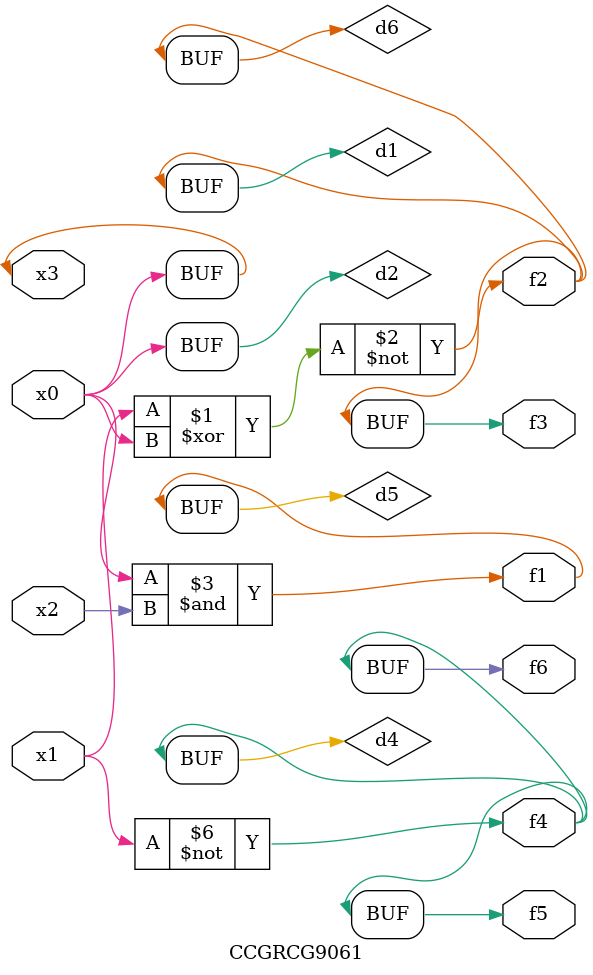
<source format=v>
module CCGRCG9061(
	input x0, x1, x2, x3,
	output f1, f2, f3, f4, f5, f6
);

	wire d1, d2, d3, d4, d5, d6;

	xnor (d1, x1, x3);
	buf (d2, x0, x3);
	nand (d3, x0, x2);
	not (d4, x1);
	nand (d5, d3);
	or (d6, d1);
	assign f1 = d5;
	assign f2 = d6;
	assign f3 = d6;
	assign f4 = d4;
	assign f5 = d4;
	assign f6 = d4;
endmodule

</source>
